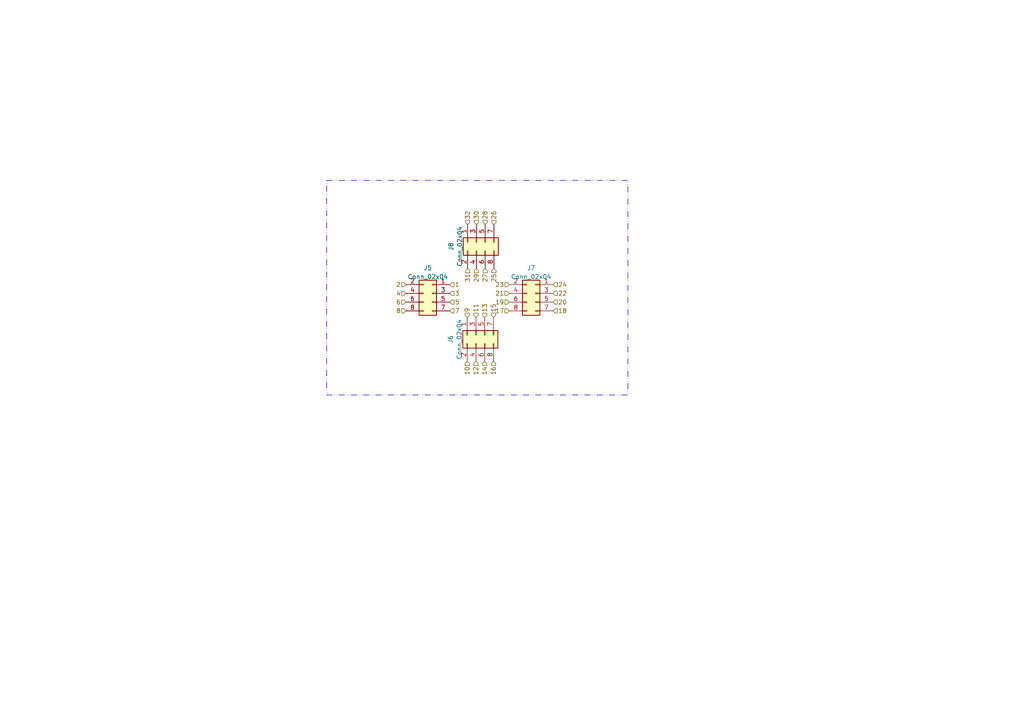
<source format=kicad_sch>
(kicad_sch (version 20230121) (generator eeschema)

  (uuid a54081af-668c-449d-894c-894050d95e43)

  (paper "A4")

  (lib_symbols
    (symbol "PCM_4ms_Connector:Conn_02x04" (pin_names (offset 1.016) hide) (in_bom yes) (on_board yes)
      (property "Reference" "J" (at 1.27 5.08 0)
        (effects (font (size 1.27 1.27)))
      )
      (property "Value" "Conn_02x04" (at 1.27 -7.62 0)
        (effects (font (size 1.27 1.27)))
      )
      (property "Footprint" "4ms_Connector:Pins_2x04_2.54mm_TH" (at 3.175 -13.97 0)
        (effects (font (size 1.27 1.27)) hide)
      )
      (property "Datasheet" "" (at 0 0 0)
        (effects (font (size 1.27 1.27)) hide)
      )
      (property "Specifications" "HEADER 2x4 MALE PINS 0.100” 180deg" (at 0 -17.145 0)
        (effects (font (size 1.27 1.27)) (justify left) hide)
      )
      (property "Manufacturer" "TAD" (at 0 -10.16 0)
        (effects (font (size 1.27 1.27)) (justify left) hide)
      )
      (property "Part Number" "1-0802FBV0T" (at 0 -12.065 0)
        (effects (font (size 1.27 1.27)) (justify left) hide)
      )
      (property "ki_keywords" "Conn_02x04" (at 0 0 0)
        (effects (font (size 1.27 1.27)) hide)
      )
      (property "ki_description" "HEADER 2x4 MALE PINS 0.100” 180deg" (at 0 0 0)
        (effects (font (size 1.27 1.27)) hide)
      )
      (property "ki_fp_filters" "Connector*:*2x??x*mm* Connector*:*2x???Pitch* Pin_Header_Straight_2X* Pin_Header_Angled_2X* Socket_Strip_Straight_2X* Socket_Strip_Angled_2X*" (at 0 0 0)
        (effects (font (size 1.27 1.27)) hide)
      )
      (symbol "Conn_02x04_1_1"
        (rectangle (start -1.27 -4.953) (end 0 -5.207)
          (stroke (width 0.1524) (type default))
          (fill (type none))
        )
        (rectangle (start -1.27 -2.413) (end 0 -2.667)
          (stroke (width 0.1524) (type default))
          (fill (type none))
        )
        (rectangle (start -1.27 0.127) (end 0 -0.127)
          (stroke (width 0.1524) (type default))
          (fill (type none))
        )
        (rectangle (start -1.27 2.667) (end 0 2.413)
          (stroke (width 0.1524) (type default))
          (fill (type none))
        )
        (rectangle (start -1.27 3.81) (end 3.81 -6.35)
          (stroke (width 0.254) (type default))
          (fill (type background))
        )
        (rectangle (start 3.81 -4.953) (end 2.54 -5.207)
          (stroke (width 0.1524) (type default))
          (fill (type none))
        )
        (rectangle (start 3.81 -2.413) (end 2.54 -2.667)
          (stroke (width 0.1524) (type default))
          (fill (type none))
        )
        (rectangle (start 3.81 0.127) (end 2.54 -0.127)
          (stroke (width 0.1524) (type default))
          (fill (type none))
        )
        (rectangle (start 3.81 2.667) (end 2.54 2.413)
          (stroke (width 0.1524) (type default))
          (fill (type none))
        )
        (pin passive line (at -5.08 2.54 0) (length 3.81)
          (name "Pin_1" (effects (font (size 1.27 1.27))))
          (number "1" (effects (font (size 1.27 1.27))))
        )
        (pin passive line (at 7.62 2.54 180) (length 3.81)
          (name "Pin_2" (effects (font (size 1.27 1.27))))
          (number "2" (effects (font (size 1.27 1.27))))
        )
        (pin passive line (at -5.08 0 0) (length 3.81)
          (name "Pin_3" (effects (font (size 1.27 1.27))))
          (number "3" (effects (font (size 1.27 1.27))))
        )
        (pin passive line (at 7.62 0 180) (length 3.81)
          (name "Pin_4" (effects (font (size 1.27 1.27))))
          (number "4" (effects (font (size 1.27 1.27))))
        )
        (pin passive line (at -5.08 -2.54 0) (length 3.81)
          (name "Pin_5" (effects (font (size 1.27 1.27))))
          (number "5" (effects (font (size 1.27 1.27))))
        )
        (pin passive line (at 7.62 -2.54 180) (length 3.81)
          (name "Pin_6" (effects (font (size 1.27 1.27))))
          (number "6" (effects (font (size 1.27 1.27))))
        )
        (pin passive line (at -5.08 -5.08 0) (length 3.81)
          (name "Pin_7" (effects (font (size 1.27 1.27))))
          (number "7" (effects (font (size 1.27 1.27))))
        )
        (pin passive line (at 7.62 -5.08 180) (length 3.81)
          (name "Pin_8" (effects (font (size 1.27 1.27))))
          (number "8" (effects (font (size 1.27 1.27))))
        )
      )
    )
  )


  (rectangle (start 94.742 52.324) (end 182.118 114.554)
    (stroke (width 0) (type dash_dot_dot))
    (fill (type none))
    (uuid acff193a-ecba-4ecd-8f17-a4c9554a1fe0)
  )

  (hierarchical_label "10" (shape input) (at 135.509 104.775 270) (fields_autoplaced)
    (effects (font (size 1.27 1.27)) (justify right))
    (uuid 016c1347-2e44-4cae-b271-0a193ffdbc85)
  )
  (hierarchical_label "15" (shape input) (at 143.129 92.075 90) (fields_autoplaced)
    (effects (font (size 1.27 1.27)) (justify left))
    (uuid 0d5b01cf-11e5-4d8e-a02d-f1c9c5679edc)
  )
  (hierarchical_label "17" (shape input) (at 147.701 90.17 180) (fields_autoplaced)
    (effects (font (size 1.27 1.27)) (justify right))
    (uuid 14b0bba3-1d07-4778-88f3-286875c6bd78)
  )
  (hierarchical_label "24" (shape input) (at 160.401 82.55 0) (fields_autoplaced)
    (effects (font (size 1.27 1.27)) (justify left))
    (uuid 1847964f-822d-4a3b-bd7e-b6a44bdaed83)
  )
  (hierarchical_label "2" (shape input) (at 117.729 82.55 180) (fields_autoplaced)
    (effects (font (size 1.27 1.27)) (justify right))
    (uuid 255d7c52-a74a-41e8-bed2-ee9873d32f4a)
  )
  (hierarchical_label "21" (shape input) (at 147.701 85.09 180) (fields_autoplaced)
    (effects (font (size 1.27 1.27)) (justify right))
    (uuid 2bde0acb-57a6-4e7d-95dd-9aff3689e687)
  )
  (hierarchical_label "11" (shape input) (at 138.049 92.075 90) (fields_autoplaced)
    (effects (font (size 1.27 1.27)) (justify left))
    (uuid 2f83f906-2948-4da5-9671-903283def775)
  )
  (hierarchical_label "16" (shape input) (at 143.129 104.775 270) (fields_autoplaced)
    (effects (font (size 1.27 1.27)) (justify right))
    (uuid 31777d80-b7b5-441a-8036-41eb0c8542c6)
  )
  (hierarchical_label "19" (shape input) (at 147.701 87.63 180) (fields_autoplaced)
    (effects (font (size 1.27 1.27)) (justify right))
    (uuid 4334abb6-13cf-40a6-a61a-21f9e953d906)
  )
  (hierarchical_label "3" (shape input) (at 130.429 85.09 0) (fields_autoplaced)
    (effects (font (size 1.27 1.27)) (justify left))
    (uuid 4522f784-b7ca-427b-a701-34822d9e6e18)
  )
  (hierarchical_label "23" (shape input) (at 147.701 82.55 180) (fields_autoplaced)
    (effects (font (size 1.27 1.27)) (justify right))
    (uuid 52e538a3-1663-415d-b795-15b77497e579)
  )
  (hierarchical_label "5" (shape input) (at 130.429 87.63 0) (fields_autoplaced)
    (effects (font (size 1.27 1.27)) (justify left))
    (uuid 564ea4d0-e94d-4ff9-a584-987f1b1795b6)
  )
  (hierarchical_label "13" (shape input) (at 140.589 92.075 90) (fields_autoplaced)
    (effects (font (size 1.27 1.27)) (justify left))
    (uuid 5c64b9cc-ca77-4dc5-a9eb-b1a378b84ab3)
  )
  (hierarchical_label "32" (shape input) (at 135.636 65.151 90) (fields_autoplaced)
    (effects (font (size 1.27 1.27)) (justify left))
    (uuid 6472a67d-aa02-450b-8144-95364d42f0a2)
  )
  (hierarchical_label "22" (shape input) (at 160.401 85.09 0) (fields_autoplaced)
    (effects (font (size 1.27 1.27)) (justify left))
    (uuid 725dfbcd-9439-4e7f-b895-c4f4bc1d8c68)
  )
  (hierarchical_label "4" (shape input) (at 117.729 85.09 180) (fields_autoplaced)
    (effects (font (size 1.27 1.27)) (justify right))
    (uuid 8ea64ccd-2a04-420e-a19d-4634d70a2d74)
  )
  (hierarchical_label "12" (shape input) (at 138.049 104.775 270) (fields_autoplaced)
    (effects (font (size 1.27 1.27)) (justify right))
    (uuid 918deffc-c96f-48cb-91e7-2a8657892ba8)
  )
  (hierarchical_label "7" (shape input) (at 130.429 90.17 0) (fields_autoplaced)
    (effects (font (size 1.27 1.27)) (justify left))
    (uuid 9570c7e4-f2d9-4115-9f74-38128800e361)
  )
  (hierarchical_label "25" (shape input) (at 143.256 77.851 270) (fields_autoplaced)
    (effects (font (size 1.27 1.27)) (justify right))
    (uuid a7c3c174-21cb-4d82-979f-2f95d1f294c9)
  )
  (hierarchical_label "26" (shape input) (at 143.256 65.151 90) (fields_autoplaced)
    (effects (font (size 1.27 1.27)) (justify left))
    (uuid b32beaf0-fbec-4c31-b53e-bae081b14b1b)
  )
  (hierarchical_label "1" (shape input) (at 130.429 82.55 0) (fields_autoplaced)
    (effects (font (size 1.27 1.27)) (justify left))
    (uuid b7f15618-8801-4d1b-bd0d-337b916be990)
  )
  (hierarchical_label "14" (shape input) (at 140.589 104.775 270) (fields_autoplaced)
    (effects (font (size 1.27 1.27)) (justify right))
    (uuid b8625a8f-bbaf-49e5-80e7-8b6c7b4f4525)
  )
  (hierarchical_label "29" (shape input) (at 138.176 77.851 270) (fields_autoplaced)
    (effects (font (size 1.27 1.27)) (justify right))
    (uuid b8a42a8c-0d40-4cd6-8610-3ad24b0f8c2e)
  )
  (hierarchical_label "8" (shape input) (at 117.729 90.17 180) (fields_autoplaced)
    (effects (font (size 1.27 1.27)) (justify right))
    (uuid be9bfcb4-b569-42e7-b13a-7b6b05fe296c)
  )
  (hierarchical_label "28" (shape input) (at 140.716 65.151 90) (fields_autoplaced)
    (effects (font (size 1.27 1.27)) (justify left))
    (uuid c617b1b3-9197-4f54-932b-a0a464d5f45f)
  )
  (hierarchical_label "30" (shape input) (at 138.176 65.151 90) (fields_autoplaced)
    (effects (font (size 1.27 1.27)) (justify left))
    (uuid cf2dd0eb-d86d-4739-881f-5b956f3ae500)
  )
  (hierarchical_label "18" (shape input) (at 160.401 90.17 0) (fields_autoplaced)
    (effects (font (size 1.27 1.27)) (justify left))
    (uuid d467f6d3-e584-44ec-af34-4efc81e1d0d7)
  )
  (hierarchical_label "20" (shape input) (at 160.401 87.63 0) (fields_autoplaced)
    (effects (font (size 1.27 1.27)) (justify left))
    (uuid d557ec5c-b27e-44e7-8e04-188559fa0578)
  )
  (hierarchical_label "31" (shape input) (at 135.636 77.851 270) (fields_autoplaced)
    (effects (font (size 1.27 1.27)) (justify right))
    (uuid d9120096-dc1b-4ca9-a737-3fbb85b4de12)
  )
  (hierarchical_label "6" (shape input) (at 117.729 87.63 180) (fields_autoplaced)
    (effects (font (size 1.27 1.27)) (justify right))
    (uuid e9618628-4bda-4eb7-a8a8-14893e044c31)
  )
  (hierarchical_label "9" (shape input) (at 135.509 92.075 90) (fields_autoplaced)
    (effects (font (size 1.27 1.27)) (justify left))
    (uuid eb9353da-0bfc-41cd-bacb-34f3a218a936)
  )
  (hierarchical_label "27" (shape input) (at 140.716 77.851 270) (fields_autoplaced)
    (effects (font (size 1.27 1.27)) (justify right))
    (uuid f2d5ccdd-e7c9-441b-a49d-a2b5c0aab3d7)
  )

  (symbol (lib_id "PCM_4ms_Connector:Conn_02x04") (at 138.176 70.231 90) (mirror x) (unit 1)
    (in_bom yes) (on_board yes) (dnp no)
    (uuid 293a2105-e7ad-469f-9bf1-729f71afcf95)
    (property "Reference" "J8" (at 130.81 71.501 0)
      (effects (font (size 1.27 1.27)))
    )
    (property "Value" "Conn_02x04" (at 133.35 71.501 0)
      (effects (font (size 1.27 1.27)))
    )
    (property "Footprint" "Connector_PinHeader_2.54mm:PinHeader_2x04_P2.54mm_Vertical" (at 152.146 73.406 0)
      (effects (font (size 1.27 1.27)) hide)
    )
    (property "Datasheet" "" (at 138.176 70.231 0)
      (effects (font (size 1.27 1.27)) hide)
    )
    (property "Specifications" "HEADER 2x4 MALE PINS 0.100” 180deg" (at 155.321 70.231 0)
      (effects (font (size 1.27 1.27)) (justify left) hide)
    )
    (property "Manufacturer" "TAD" (at 148.336 70.231 0)
      (effects (font (size 1.27 1.27)) (justify left) hide)
    )
    (property "Part Number" "1-0802FBV0T" (at 150.241 70.231 0)
      (effects (font (size 1.27 1.27)) (justify left) hide)
    )
    (pin "1" (uuid 974957ea-903a-4815-ac7b-d29b56e23dc4))
    (pin "2" (uuid 62cfe71e-62cf-4dba-9014-edc5bae30f9e))
    (pin "3" (uuid 94eaf8bf-d5f1-44f8-9c35-f572a479fd86))
    (pin "4" (uuid 84e818ea-457e-49e8-9282-9eafc3574f5d))
    (pin "5" (uuid 353141b3-75a9-4012-af4c-9efb33c9a08f))
    (pin "6" (uuid 08daf53c-caca-4c47-9dfb-e789116c56e7))
    (pin "7" (uuid 71a1bd5d-56ee-41c7-b42f-88c78ea5161c))
    (pin "8" (uuid 4e48b7bc-84fd-440b-94dc-82959555c5d0))
    (instances
      (project "ATMEGA8_PROGRAMADOR"
        (path "/4a16d7e2-37ea-4866-9a32-7541f1857cbd"
          (reference "J8") (unit 1)
        )
        (path "/4a16d7e2-37ea-4866-9a32-7541f1857cbd/3bf4f94e-599d-4bf7-a88d-a7683056398f"
          (reference "J5") (unit 1)
        )
      )
    )
  )

  (symbol (lib_id "PCM_4ms_Connector:Conn_02x04") (at 138.049 97.155 90) (mirror x) (unit 1)
    (in_bom yes) (on_board yes) (dnp no)
    (uuid 55b80475-51b8-4244-99b2-bb6a0093e79c)
    (property "Reference" "J6" (at 130.683 98.425 0)
      (effects (font (size 1.27 1.27)))
    )
    (property "Value" "Conn_02x04" (at 133.223 98.425 0)
      (effects (font (size 1.27 1.27)))
    )
    (property "Footprint" "Connector_PinHeader_2.54mm:PinHeader_2x04_P2.54mm_Vertical" (at 152.019 100.33 0)
      (effects (font (size 1.27 1.27)) hide)
    )
    (property "Datasheet" "" (at 138.049 97.155 0)
      (effects (font (size 1.27 1.27)) hide)
    )
    (property "Specifications" "HEADER 2x4 MALE PINS 0.100” 180deg" (at 155.194 97.155 0)
      (effects (font (size 1.27 1.27)) (justify left) hide)
    )
    (property "Manufacturer" "TAD" (at 148.209 97.155 0)
      (effects (font (size 1.27 1.27)) (justify left) hide)
    )
    (property "Part Number" "1-0802FBV0T" (at 150.114 97.155 0)
      (effects (font (size 1.27 1.27)) (justify left) hide)
    )
    (pin "1" (uuid 54c4e053-f35c-4670-ae5b-4cbc28a74de1))
    (pin "2" (uuid d2f7ebe5-d355-4751-bc54-ca521cd28b97))
    (pin "3" (uuid df59dbdc-a84a-4e84-a55e-de91c99e06ff))
    (pin "4" (uuid ddc81044-2043-4805-80ae-0372c4faf774))
    (pin "5" (uuid 2ede083b-6136-493d-9a9c-c41a61832237))
    (pin "6" (uuid a58e2769-0295-4669-bc94-d547a84520c8))
    (pin "7" (uuid d39e9e14-1bc2-459f-8ec7-28c346503a61))
    (pin "8" (uuid d508b841-9a91-4082-a774-eaab287bcff7))
    (instances
      (project "ATMEGA8_PROGRAMADOR"
        (path "/4a16d7e2-37ea-4866-9a32-7541f1857cbd"
          (reference "J6") (unit 1)
        )
        (path "/4a16d7e2-37ea-4866-9a32-7541f1857cbd/3bf4f94e-599d-4bf7-a88d-a7683056398f"
          (reference "J8") (unit 1)
        )
      )
    )
  )

  (symbol (lib_id "PCM_4ms_Connector:Conn_02x04") (at 155.321 85.09 0) (mirror y) (unit 1)
    (in_bom yes) (on_board yes) (dnp no)
    (uuid 86940a5d-06ba-4dcf-b9b5-163fc8c61465)
    (property "Reference" "J7" (at 154.051 77.724 0)
      (effects (font (size 1.27 1.27)))
    )
    (property "Value" "Conn_02x04" (at 154.051 80.264 0)
      (effects (font (size 1.27 1.27)))
    )
    (property "Footprint" "Connector_PinHeader_2.54mm:PinHeader_2x04_P2.54mm_Vertical" (at 152.146 99.06 0)
      (effects (font (size 1.27 1.27)) hide)
    )
    (property "Datasheet" "" (at 155.321 85.09 0)
      (effects (font (size 1.27 1.27)) hide)
    )
    (property "Specifications" "HEADER 2x4 MALE PINS 0.100” 180deg" (at 155.321 102.235 0)
      (effects (font (size 1.27 1.27)) (justify left) hide)
    )
    (property "Manufacturer" "TAD" (at 155.321 95.25 0)
      (effects (font (size 1.27 1.27)) (justify left) hide)
    )
    (property "Part Number" "1-0802FBV0T" (at 155.321 97.155 0)
      (effects (font (size 1.27 1.27)) (justify left) hide)
    )
    (pin "1" (uuid 78fa6ab4-3257-4911-b3ef-03230df3d905))
    (pin "2" (uuid 077f6c7e-8dee-406f-8aff-4813057ed4e3))
    (pin "3" (uuid 0c73765f-5ad6-45a2-8ef2-9a1d750a5e65))
    (pin "4" (uuid 64b39b9c-dd46-4b56-b0fa-97353f19b113))
    (pin "5" (uuid 5b6ae3bd-b70a-4552-adfd-d919650dd1b9))
    (pin "6" (uuid d645cfb2-be43-4d11-a385-498f621883a4))
    (pin "7" (uuid a2ded54f-9fb5-405e-a3d9-1c5df8b1628d))
    (pin "8" (uuid 218bcb60-386d-419a-8db6-ddc60e263691))
    (instances
      (project "ATMEGA8_PROGRAMADOR"
        (path "/4a16d7e2-37ea-4866-9a32-7541f1857cbd"
          (reference "J7") (unit 1)
        )
        (path "/4a16d7e2-37ea-4866-9a32-7541f1857cbd/3bf4f94e-599d-4bf7-a88d-a7683056398f"
          (reference "J7") (unit 1)
        )
      )
    )
  )

  (symbol (lib_id "PCM_4ms_Connector:Conn_02x04") (at 125.349 85.09 0) (mirror y) (unit 1)
    (in_bom yes) (on_board yes) (dnp no)
    (uuid a76fe576-6915-409a-972a-4428a076d7c6)
    (property "Reference" "J5" (at 124.079 77.724 0)
      (effects (font (size 1.27 1.27)))
    )
    (property "Value" "Conn_02x04" (at 124.079 80.264 0)
      (effects (font (size 1.27 1.27)))
    )
    (property "Footprint" "Connector_PinHeader_2.54mm:PinHeader_2x04_P2.54mm_Vertical" (at 122.174 99.06 0)
      (effects (font (size 1.27 1.27)) hide)
    )
    (property "Datasheet" "" (at 125.349 85.09 0)
      (effects (font (size 1.27 1.27)) hide)
    )
    (property "Specifications" "HEADER 2x4 MALE PINS 0.100” 180deg" (at 125.349 102.235 0)
      (effects (font (size 1.27 1.27)) (justify left) hide)
    )
    (property "Manufacturer" "TAD" (at 125.349 95.25 0)
      (effects (font (size 1.27 1.27)) (justify left) hide)
    )
    (property "Part Number" "1-0802FBV0T" (at 125.349 97.155 0)
      (effects (font (size 1.27 1.27)) (justify left) hide)
    )
    (pin "1" (uuid 88956975-f01f-48cc-949f-be780dc6a34d))
    (pin "2" (uuid 2b20cf58-31d3-423f-8f2b-5b444b50b832))
    (pin "3" (uuid b6133928-75ba-4c33-8692-94daf4b29206))
    (pin "4" (uuid 210cc7e5-bf02-4ac2-abec-7fbac7ccfcd8))
    (pin "5" (uuid 8c3c5120-b83c-403f-b604-9c8cd00dd8da))
    (pin "6" (uuid b05935f7-32f4-47c3-aab1-293cb028778d))
    (pin "7" (uuid 1122262c-84e7-4117-ba11-fcb67ccee500))
    (pin "8" (uuid c3b5760e-b77b-4de9-b862-dbf0e5c74734))
    (instances
      (project "ATMEGA8_PROGRAMADOR"
        (path "/4a16d7e2-37ea-4866-9a32-7541f1857cbd"
          (reference "J5") (unit 1)
        )
        (path "/4a16d7e2-37ea-4866-9a32-7541f1857cbd/3bf4f94e-599d-4bf7-a88d-a7683056398f"
          (reference "J6") (unit 1)
        )
      )
    )
  )
)

</source>
